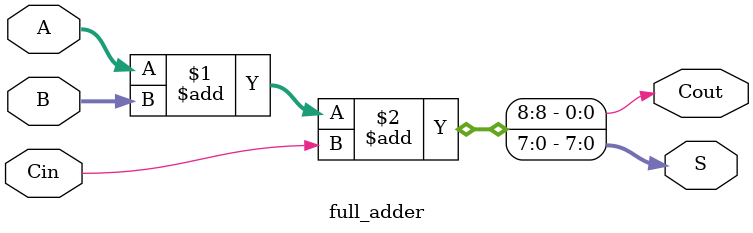
<source format=v>
module full_adder (A, B, Cin, S, Cout);
	parameter n = 8;
	
	input [n-1:0] A, B;
	input Cin;
	output [n-1:0] S;
	output Cout;
	
	assign {Cout, S} = A + B + Cin;
endmodule
</source>
